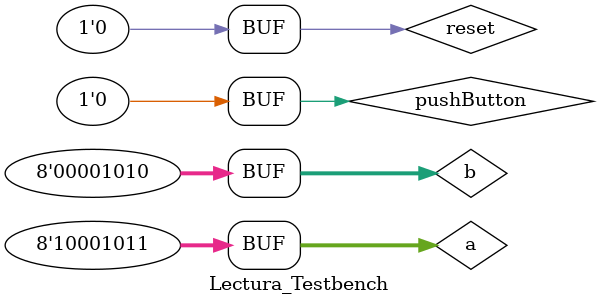
<source format=sv>
`timescale 1ns / 1ps


module Lectura_Testbench();

    reg pushButton,reset;
    reg [7:0]a = 10000001;
    reg [7:0]b = 10000010;
    wire [7:0]oa;
    wire [7:0]ob;

    Lectura U1(pushButton,reset,a,b,oa,ob);
    
    initial begin
        a= 10000001;
        b= 10000010;
        pushButton = 0;
        reset = 1;
        #10
        reset = 0;
        pushButton = 1;
        #600
        pushButton = 1;
        #300
        a= 10000011;
        b= 00000010;
        pushButton = 1;
        #500
        pushButton = 0;
    end

endmodule

</source>
